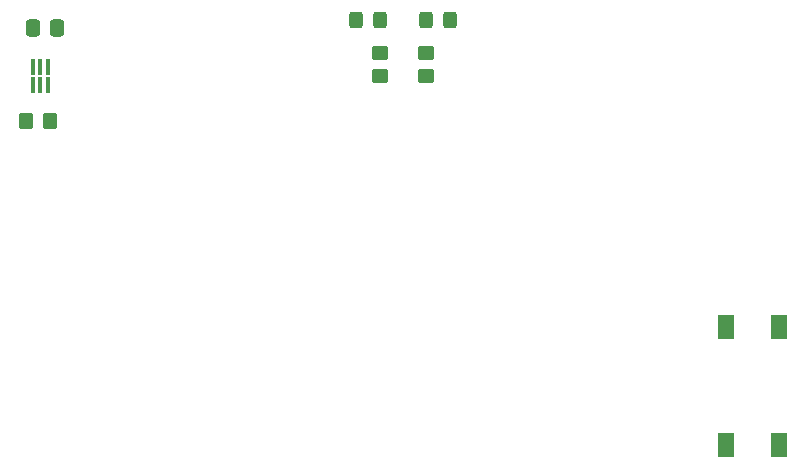
<source format=gbr>
%TF.GenerationSoftware,KiCad,Pcbnew,8.0.1*%
%TF.CreationDate,2024-04-05T16:27:53-06:00*%
%TF.ProjectId,weather_station_pico,77656174-6865-4725-9f73-746174696f6e,rev?*%
%TF.SameCoordinates,Original*%
%TF.FileFunction,Paste,Top*%
%TF.FilePolarity,Positive*%
%FSLAX46Y46*%
G04 Gerber Fmt 4.6, Leading zero omitted, Abs format (unit mm)*
G04 Created by KiCad (PCBNEW 8.0.1) date 2024-04-05 16:27:53*
%MOMM*%
%LPD*%
G01*
G04 APERTURE LIST*
G04 Aperture macros list*
%AMRoundRect*
0 Rectangle with rounded corners*
0 $1 Rounding radius*
0 $2 $3 $4 $5 $6 $7 $8 $9 X,Y pos of 4 corners*
0 Add a 4 corners polygon primitive as box body*
4,1,4,$2,$3,$4,$5,$6,$7,$8,$9,$2,$3,0*
0 Add four circle primitives for the rounded corners*
1,1,$1+$1,$2,$3*
1,1,$1+$1,$4,$5*
1,1,$1+$1,$6,$7*
1,1,$1+$1,$8,$9*
0 Add four rect primitives between the rounded corners*
20,1,$1+$1,$2,$3,$4,$5,0*
20,1,$1+$1,$4,$5,$6,$7,0*
20,1,$1+$1,$6,$7,$8,$9,0*
20,1,$1+$1,$8,$9,$2,$3,0*%
G04 Aperture macros list end*
%ADD10R,1.397000X2.108200*%
%ADD11RoundRect,0.250000X0.325000X0.450000X-0.325000X0.450000X-0.325000X-0.450000X0.325000X-0.450000X0*%
%ADD12RoundRect,0.250000X-0.350000X-0.450000X0.350000X-0.450000X0.350000X0.450000X-0.350000X0.450000X0*%
%ADD13RoundRect,0.250000X-0.337500X-0.475000X0.337500X-0.475000X0.337500X0.475000X-0.337500X0.475000X0*%
%ADD14RoundRect,0.025600X-0.134400X0.594400X-0.134400X-0.594400X0.134400X-0.594400X0.134400X0.594400X0*%
%ADD15RoundRect,0.250000X-0.325000X-0.450000X0.325000X-0.450000X0.325000X0.450000X-0.325000X0.450000X0*%
%ADD16RoundRect,0.250000X0.450000X-0.350000X0.450000X0.350000X-0.450000X0.350000X-0.450000X-0.350000X0*%
G04 APERTURE END LIST*
D10*
%TO.C,SW1*%
X174794999Y-107950000D03*
X174794999Y-97950000D03*
X179295001Y-107950000D03*
X179295001Y-97950000D03*
%TD*%
D11*
%TO.C,D2*%
X145495000Y-71900000D03*
X143445000Y-71900000D03*
%TD*%
D12*
%TO.C,R11*%
X115545000Y-80450000D03*
X117545000Y-80450000D03*
%TD*%
D13*
%TO.C,C4*%
X116107500Y-72650000D03*
X118182500Y-72650000D03*
%TD*%
D14*
%TO.C,U3*%
X117395000Y-75955000D03*
X116745000Y-75955000D03*
X116095000Y-75955000D03*
X116095000Y-77445000D03*
X116745000Y-77445000D03*
X117395000Y-77445000D03*
%TD*%
D15*
%TO.C,D1*%
X149395000Y-71900000D03*
X151445000Y-71900000D03*
%TD*%
D16*
%TO.C,R6*%
X145495000Y-76700000D03*
X145495000Y-74700000D03*
%TD*%
%TO.C,R5*%
X149395000Y-76700000D03*
X149395000Y-74700000D03*
%TD*%
M02*

</source>
